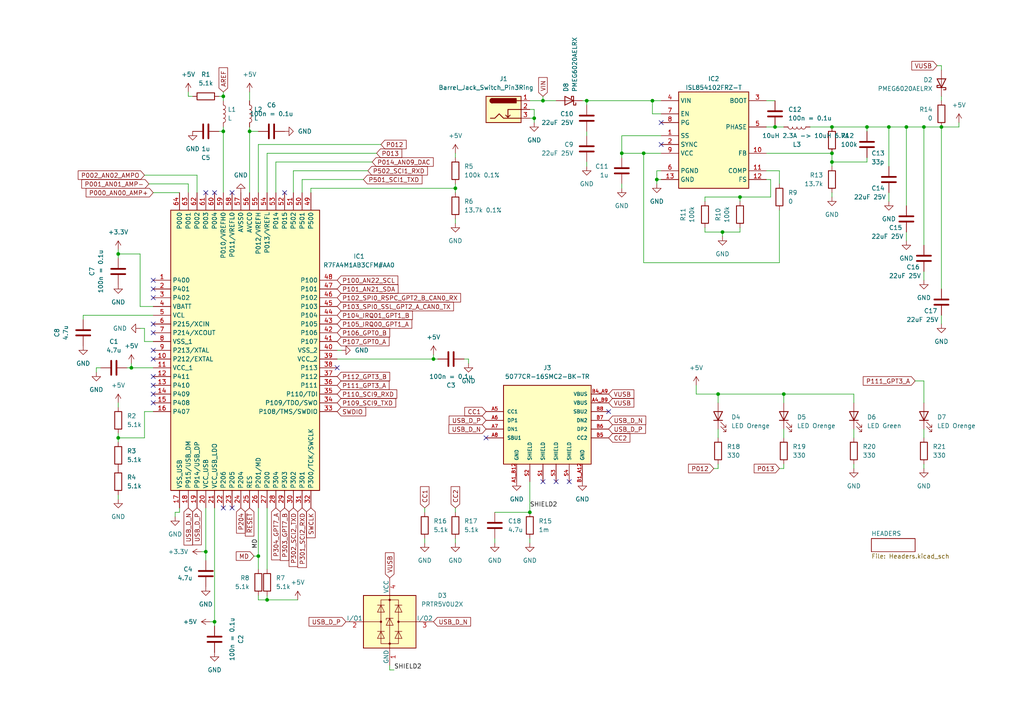
<source format=kicad_sch>
(kicad_sch (version 20230121) (generator eeschema)
  (paper "A4")
  (lib_symbols
    (symbol "5077CR-16SMC2-BK-TR:5077CR-16SMC2-BK-TR" (pin_names (offset 1.016))
      (property "Reference" "J2" (at 0 15.24 0))
      (property "Value" "5077CR-16SMC2-BK-TR" (at 0 12.7 0))
      (symbol "5077CR-16SMC2-BK-TR_0_0"
        (pin power_in line (at -8.89 -17.78 90) (length 5.08) (name "GND") (number "A1_B12"))
        (pin power_in line (at 17.78 5.08 180) (length 5.08) (name "VBUS") (number "A4_B9"))
        (pin passive line (at -17.78 2.54 0) (length 5.08) (name "CC1") (number "A5"))
        (pin passive line (at -17.78 0 0) (length 5.08) (name "DP1") (number "A6"))
        (pin passive line (at -17.78 -2.54 0) (length 5.08) (name "DN1") (number "A7"))
        (pin passive line (at -17.78 -5.08 0) (length 5.08) (name "SBU1") (number "A8"))
        (pin power_in line (at 10.16 -17.78 90) (length 5.08) (name "GND") (number "B1_A12"))
        (pin power_in line (at 17.78 7.62 180) (length 5.08) (name "VBUS") (number "B4_A9"))
        (pin passive line (at 17.78 -5.08 180) (length 5.08) (name "CC2") (number "B5"))
        (pin passive line (at 17.78 -2.54 180) (length 5.08) (name "DP2") (number "B6"))
        (pin passive line (at 17.78 0 180) (length 5.08) (name "DN2") (number "B7"))
        (pin passive line (at 17.78 2.54 180) (length 5.08) (name "SBU2") (number "B8"))
        (pin passive line (at -1.27 -17.78 90) (length 5.08) (name "SHIELD") (number "S1"))
        (pin passive line (at -5.08 -17.78 90) (length 5.08) (name "SHIELD") (number "S2"))
        (pin passive line (at 2.54 -17.78 90) (length 5.08) (name "SHIELD") (number "S3"))
        (pin passive line (at 6.35 -17.78 90) (length 5.08) (name "SHIELD") (number "S4"))
      )
    )
    (symbol "Connector:Barrel_Jack_Switch_Pin3Ring" (pin_names hide)
      (property "Reference" "J" (at 0 5.334 0))
      (property "Value" "Barrel_Jack_Switch_Pin3Ring" (at 0 -5.08 0))
      (symbol "Barrel_Jack_Switch_Pin3Ring_1_1"
        (pin passive line (at 7.62 2.54 180) (length 2.54) (name "~") (number "1"))
        (pin passive line (at 7.62 0 180) (length 2.54) (name "~") (number "2"))
        (pin passive line (at 7.62 -2.54 180) (length 2.54) (name "~") (number "3"))
      )
    )
    (symbol "Device:C" (pin_numbers hide) (pin_names (offset 0.254))
      (property "Reference" "C" (at 0.635 2.54 0))
      (property "Value" "C" (at 0.635 -2.54 0))
      (symbol "C_1_1"
        (pin passive line (at 0 3.81 270) (length 2.794) (name "~") (number "1"))
        (pin passive line (at 0 -3.81 90) (length 2.794) (name "~") (number "2"))
      )
    )
    (symbol "Device:D_Schottky" (pin_numbers hide) (pin_names (offset 1.016) hide)
      (property "Reference" "D" (at 0 2.54 0))
      (property "Value" "D_Schottky" (at 0 -2.54 0))
      (symbol "D_Schottky_1_1"
        (pin passive line (at -3.81 0 0) (length 2.54) (name "K") (number "1"))
        (pin passive line (at 3.81 0 180) (length 2.54) (name "A") (number "2"))
      )
    )
    (symbol "Device:L" (pin_numbers hide) (pin_names (offset 1.016) hide)
      (property "Reference" "L" (at -1.27 0 90))
      (property "Value" "L" (at 1.905 0 90))
      (symbol "L_1_1"
        (pin passive line (at 0 3.81 270) (length 1.27) (name "1") (number "1"))
        (pin passive line (at 0 -3.81 90) (length 1.27) (name "2") (number "2"))
      )
    )
    (symbol "Device:LED" (pin_numbers hide) (pin_names (offset 1.016) hide)
      (property "Reference" "D" (at 0 2.54 0))
      (property "Value" "LED" (at 0 -2.54 0))
      (symbol "LED_1_1"
        (pin passive line (at -3.81 0 0) (length 2.54) (name "K") (number "1"))
        (pin passive line (at 3.81 0 180) (length 2.54) (name "A") (number "2"))
      )
    )
    (symbol "Device:R" (pin_numbers hide) (pin_names (offset 0))
      (property "Reference" "R" (at 2.032 0 90))
      (property "Value" "R" (at 0 0 90))
      (symbol "R_1_1"
        (pin passive line (at 0 3.81 270) (length 1.27) (name "~") (number "1"))
        (pin passive line (at 0 -3.81 90) (length 1.27) (name "~") (number "2"))
      )
    )
    (symbol "ISL854102FRZ-T:ISL854102FRZ-T"
      (property "Reference" "IC2" (at 15.24 8.89 0))
      (property "Value" "ISL854102FRZ-T" (at 15.24 6.35 0))
      (symbol "ISL854102FRZ-T_1_1"
        (pin passive line (at 0 -7.62 0) (length 5.08) (name "SS") (number "1"))
        (pin passive line (at 30.48 -12.7 180) (length 5.08) (name "FB") (number "10"))
        (pin passive line (at 30.48 -17.78 180) (length 5.08) (name "COMP") (number "11"))
        (pin passive line (at 30.48 -20.32 180) (length 5.08) (name "FS") (number "12"))
        (pin passive line (at 0 -20.32 0) (length 5.08) (name "GND") (number "13"))
        (pin passive line (at 0 -10.16 0) (length 5.08) (name "SYNC") (number "2"))
        (pin passive line (at 30.48 2.54 180) (length 5.08) (name "BOOT") (number "3"))
        (pin passive line (at 0 2.54 0) (length 5.08) (name "VIN") (number "4"))
        (pin passive line (at 30.48 -5.08 180) (length 5.08) (name "PHASE") (number "5"))
        (pin passive line (at 0 -17.78 0) (length 5.08) (name "PGND") (number "6"))
        (pin passive line (at 0 -1.27 0) (length 5.08) (name "EN") (number "7"))
        (pin passive line (at 0 -3.81 0) (length 5.08) (name "PG") (number "8"))
        (pin passive line (at 0 -12.7 0) (length 5.08) (name "VCC") (number "9"))
      )
    )
    (symbol "Power_Protection:PRTR5V0U2X" (pin_names (offset 0))
      (property "Reference" "D" (at 2.794 8.636 0))
      (property "Value" "PRTR5V0U2X" (at 8.128 -9.398 0))
      (symbol "PRTR5V0U2X_1_1"
        (pin passive line (at 0 -12.7 90) (length 5.08) (name "GND") (number "1"))
        (pin passive line (at -12.7 0 0) (length 5.08) (name "I/O1") (number "2"))
        (pin passive line (at 12.7 0 180) (length 5.08) (name "I/O2") (number "3"))
        (pin passive line (at 0 12.7 270) (length 5.08) (name "VCC") (number "4"))
      )
    )
    (symbol "R7FA4M1AB3CFM#AA0:R7FA4M1AB3CFM#AA0"
      (property "Reference" "IC" (at 49.53 25.4 0))
      (property "Value" "R7FA4M1AB3CFM#AA0" (at 49.53 22.86 0))
      (symbol "R7FA4M1AB3CFM#AA0_1_1"
        (pin passive line (at 0 0 0) (length 5.08) (name "P400") (number "1"))
        (pin passive line (at 0 -22.86 0) (length 5.08) (name "P212/EXTAL") (number "10"))
        (pin passive line (at 0 -25.4 0) (length 5.08) (name "VCC_1") (number "11"))
        (pin passive line (at 0 -27.94 0) (length 5.08) (name "P411") (number "12"))
        (pin passive line (at 0 -30.48 0) (length 5.08) (name "P410") (number "13"))
        (pin passive line (at 0 -33.02 0) (length 5.08) (name "P409") (number "14"))
        (pin passive line (at 0 -35.56 0) (length 5.08) (name "P408") (number "15"))
        (pin passive line (at 0 -38.1 0) (length 5.08) (name "P407") (number "16"))
        (pin passive line (at 7.62 -66.04 90) (length 5.08) (name "VSS_USB") (number "17"))
        (pin passive line (at 10.16 -66.04 90) (length 5.08) (name "P915/USB_DM") (number "18"))
        (pin passive line (at 12.7 -66.04 90) (length 5.08) (name "P914/USB_DP") (number "19"))
        (pin passive line (at 0 -2.54 0) (length 5.08) (name "P401") (number "2"))
        (pin passive line (at 15.24 -66.04 90) (length 5.08) (name "VCC_USB") (number "20"))
        (pin passive line (at 17.78 -66.04 90) (length 5.08) (name "VCC_USB_LDO") (number "21"))
        (pin passive line (at 20.32 -66.04 90) (length 5.08) (name "P206") (number "22"))
        (pin passive line (at 22.86 -66.04 90) (length 5.08) (name "P205") (number "23"))
        (pin passive line (at 25.4 -66.04 90) (length 5.08) (name "P204") (number "24"))
        (pin passive line (at 27.94 -66.04 90) (length 5.08) (name "RES") (number "25"))
        (pin passive line (at 30.48 -66.04 90) (length 5.08) (name "P201/MD") (number "26"))
        (pin passive line (at 33.02 -66.04 90) (length 5.08) (name "P200") (number "27"))
        (pin passive line (at 35.56 -66.04 90) (length 5.08) (name "P304") (number "28"))
        (pin passive line (at 38.1 -66.04 90) (length 5.08) (name "P303") (number "29"))
        (pin passive line (at 0 -5.08 0) (length 5.08) (name "P402") (number "3"))
        (pin passive line (at 40.64 -66.04 90) (length 5.08) (name "P302") (number "30"))
        (pin passive line (at 43.18 -66.04 90) (length 5.08) (name "P301") (number "31"))
        (pin passive line (at 45.72 -66.04 90) (length 5.08) (name "P300/TCK/SWCLK") (number "32"))
        (pin passive line (at 53.34 -38.1 180) (length 5.08) (name "P108/TMS/SWDIO") (number "33"))
        (pin passive line (at 53.34 -35.56 180) (length 5.08) (name "P109/TDO/SWO") (number "34"))
        (pin passive line (at 53.34 -33.02 180) (length 5.08) (name "P110/TDI") (number "35"))
        (pin passive line (at 53.34 -30.48 180) (length 5.08) (name "P111") (number "36"))
        (pin passive line (at 53.34 -27.94 180) (length 5.08) (name "P112") (number "37"))
        (pin passive line (at 53.34 -25.4 180) (length 5.08) (name "P113") (number "38"))
        (pin passive line (at 53.34 -22.86 180) (length 5.08) (name "VCC_2") (number "39"))
        (pin passive line (at 0 -7.62 0) (length 5.08) (name "VBATT") (number "4"))
        (pin passive line (at 53.34 -20.32 180) (length 5.08) (name "VSS_2") (number "40"))
        (pin passive line (at 53.34 -17.78 180) (length 5.08) (name "P107") (number "41"))
        (pin passive line (at 53.34 -15.24 180) (length 5.08) (name "P106") (number "42"))
        (pin passive line (at 53.34 -12.7 180) (length 5.08) (name "P105") (number "43"))
        (pin passive line (at 53.34 -10.16 180) (length 5.08) (name "P104") (number "44"))
        (pin passive line (at 53.34 -7.62 180) (length 5.08) (name "P103") (number "45"))
        (pin passive line (at 53.34 -5.08 180) (length 5.08) (name "P102") (number "46"))
        (pin passive line (at 53.34 -2.54 180) (length 5.08) (name "P101") (number "47"))
        (pin passive line (at 53.34 0 180) (length 5.08) (name "P100") (number "48"))
        (pin passive line (at 45.72 25.4 270) (length 5.08) (name "P500") (number "49"))
        (pin passive line (at 0 -10.16 0) (length 5.08) (name "VCL") (number "5"))
        (pin passive line (at 43.18 25.4 270) (length 5.08) (name "P501") (number "50"))
        (pin passive line (at 40.64 25.4 270) (length 5.08) (name "P502") (number "51"))
        (pin passive line (at 38.1 25.4 270) (length 5.08) (name "P015") (number "52"))
        (pin passive line (at 35.56 25.4 270) (length 5.08) (name "P014") (number "53"))
        (pin passive line (at 33.02 25.4 270) (length 5.08) (name "P013/VREFL") (number "54"))
        (pin passive line (at 30.48 25.4 270) (length 5.08) (name "P012/VREFH") (number "55"))
        (pin passive line (at 27.94 25.4 270) (length 5.08) (name "AVCC0") (number "56"))
        (pin passive line (at 25.4 25.4 270) (length 5.08) (name "AVSS0") (number "57"))
        (pin passive line (at 22.86 25.4 270) (length 5.08) (name "P011/VREFL0") (number "58"))
        (pin passive line (at 20.32 25.4 270) (length 5.08) (name "P010/VREFH0") (number "59"))
        (pin passive line (at 0 -12.7 0) (length 5.08) (name "P215/XCIN") (number "6"))
        (pin passive line (at 17.78 25.4 270) (length 5.08) (name "P004") (number "60"))
        (pin passive line (at 15.24 25.4 270) (length 5.08) (name "P003") (number "61"))
        (pin passive line (at 12.7 25.4 270) (length 5.08) (name "P002") (number "62"))
        (pin passive line (at 10.16 25.4 270) (length 5.08) (name "P001") (number "63"))
        (pin passive line (at 7.62 25.4 270) (length 5.08) (name "P000") (number "64"))
        (pin passive line (at 0 -15.24 0) (length 5.08) (name "P214/XCOUT") (number "7"))
        (pin passive line (at 0 -17.78 0) (length 5.08) (name "VSS_1") (number "8"))
        (pin passive line (at 0 -20.32 0) (length 5.08) (name "P213/XTAL") (number "9"))
      )
    )
    (symbol "power:+3.3V" (power) (pin_names (offset 0))
      (property "Value" "+3.3V" (at 0 3.556 0))
      (symbol "+3.3V_1_1"
        (pin power_in line (at 0 0 90) (length 0) hide (name "+3.3V") (number "1"))
      )
    )
    (symbol "power:+5V" (power) (pin_names (offset 0))
      (property "Value" "+5V" (at 0 3.556 0))
      (symbol "+5V_1_1"
        (pin power_in line (at 0 0 90) (length 0) hide (name "+5V") (number "1"))
      )
    )
    (symbol "power:GND" (power) (pin_names (offset 0))
      (property "Value" "GND" (at 0 -3.81 0))
      (symbol "GND_1_1"
        (pin power_in line (at 0 0 270) (length 0) hide (name "GND") (number "1"))
      )
    )
  )
  (junction (at 241.3 44.45))
  (junction (at 273.05 36.83))
  (junction (at 170.18 29.21))
  (junction (at 154.94 34.29))
  (junction (at 208.28 114.3))
  (junction (at 153.67 148.59))
  (junction (at 59.69 160.02))
  (junction (at 132.08 54.61))
  (junction (at 224.79 36.83))
  (junction (at 64.77 38.1))
  (junction (at 72.39 38.1))
  (junction (at 34.29 73.66))
  (junction (at 241.3 46.99))
  (junction (at 186.69 44.45))
  (junction (at 157.48 29.21))
  (junction (at 189.23 29.21))
  (junction (at 190.5 52.07))
  (junction (at 227.33 114.3))
  (junction (at 214.63 57.15))
  (junction (at 251.46 36.83))
  (junction (at 38.1 106.68))
  (junction (at 34.29 127))
  (junction (at 209.55 67.31))
  (junction (at 257.81 36.83))
  (junction (at 74.93 161.29))
  (junction (at 262.89 36.83))
  (junction (at 77.47 173.99))
  (junction (at 267.97 36.83))
  (junction (at 62.23 180.34))
  (junction (at 180.34 44.45))
  (junction (at 241.3 36.83))
  (junction (at 125.73 104.14))
  (junction (at 64.77 27.94))
  (no_connect (at 44.45 81.28))
  (no_connect (at 176.53 119.38))
  (no_connect (at 140.97 127))
  (no_connect (at 44.45 116.84))
  (no_connect (at 62.23 55.88))
  (no_connect (at 82.55 55.88))
  (no_connect (at 191.77 35.56))
  (no_connect (at 44.45 111.76))
  (no_connect (at 97.79 106.68))
  (no_connect (at 157.48 139.7))
  (no_connect (at 44.45 104.14))
  (no_connect (at 44.45 109.22))
  (no_connect (at 44.45 96.52))
  (no_connect (at 165.1 139.7))
  (no_connect (at 67.31 55.88))
  (no_connect (at 59.69 55.88))
  (no_connect (at 44.45 114.3))
  (no_connect (at 44.45 93.98))
  (no_connect (at 44.45 86.36))
  (no_connect (at 44.45 101.6))
  (no_connect (at 161.29 139.7))
  (no_connect (at 67.31 147.32))
  (no_connect (at 191.77 41.91))
  (no_connect (at 44.45 83.82))
  (no_connect (at 64.77 147.32))
  (wire (pts (xy 74.93 147.32) (xy 74.93 161.29)))
  (wire (pts (xy 191.77 33.02) (xy 189.23 33.02)))
  (wire (pts (xy 34.29 125.73) (xy 34.29 127)))
  (wire (pts (xy 40.64 73.66) (xy 34.29 73.66)))
  (wire (pts (xy 267.97 36.83) (xy 262.89 36.83)))
  (wire (pts (xy 204.47 57.15) (xy 204.47 58.42)))
  (wire (pts (xy 27.94 106.68) (xy 27.94 107.95)))
  (wire (pts (xy 132.08 53.34) (xy 132.08 54.61)))
  (wire (pts (xy 241.3 55.88) (xy 241.3 57.15)))
  (wire (pts (xy 201.93 111.76) (xy 201.93 114.3)))
  (wire (pts (xy 170.18 38.1) (xy 170.18 39.37)))
  (wire (pts (xy 34.29 128.27) (xy 34.29 127)))
  (wire (pts (xy 153.67 31.75) (xy 154.94 31.75)))
  (wire (pts (xy 273.05 91.44) (xy 273.05 93.98)))
  (wire (pts (xy 190.5 49.53) (xy 190.5 52.07)))
  (wire (pts (xy 40.64 88.9) (xy 40.64 73.66)))
  (wire (pts (xy 208.28 114.3) (xy 208.28 116.84)))
  (wire (pts (xy 247.65 135.89) (xy 247.65 134.62)))
  (wire (pts (xy 267.97 134.62) (xy 267.97 135.89)))
  (wire (pts (xy 38.1 106.68) (xy 44.45 106.68)))
  (wire (pts (xy 64.77 36.83) (xy 64.77 38.1)))
  (wire (pts (xy 214.63 57.15) (xy 214.63 58.42)))
  (wire (pts (xy 267.97 78.74) (xy 267.97 81.28)))
  (wire (pts (xy 222.25 44.45) (xy 241.3 44.45)))
  (wire (pts (xy 273.05 27.94) (xy 273.05 29.21)))
  (wire (pts (xy 241.3 46.99) (xy 251.46 46.99)))
  (wire (pts (xy 113.03 193.04) (xy 113.03 194.31)))
  (wire (pts (xy 157.48 27.94) (xy 157.48 29.21)))
  (wire (pts (xy 222.25 52.07) (xy 223.52 52.07)))
  (wire (pts (xy 64.77 26.67) (xy 64.77 27.94)))
  (wire (pts (xy 180.34 39.37) (xy 180.34 44.45)))
  (wire (pts (xy 180.34 53.34) (xy 180.34 54.61)))
  (wire (pts (xy 224.79 36.83) (xy 227.33 36.83)))
  (wire (pts (xy 226.06 135.89) (xy 227.33 135.89)))
  (wire (pts (xy 267.97 116.84) (xy 267.97 110.49)))
  (wire (pts (xy 106.68 49.53) (xy 85.09 49.53)))
  (wire (pts (xy 170.18 29.21) (xy 170.18 30.48)))
  (wire (pts (xy 97.79 104.14) (xy 125.73 104.14)))
  (wire (pts (xy 63.5 27.94) (xy 64.77 27.94)))
  (wire (pts (xy 64.77 27.94) (xy 64.77 29.21)))
  (wire (pts (xy 257.81 48.26) (xy 257.81 36.83)))
  (wire (pts (xy 97.79 101.6) (xy 99.06 101.6)))
  (wire (pts (xy 86.36 173.99) (xy 77.47 173.99)))
  (wire (pts (xy 204.47 67.31) (xy 204.47 66.04)))
  (wire (pts (xy 143.51 157.48) (xy 143.51 156.21)))
  (wire (pts (xy 190.5 52.07) (xy 190.5 53.34)))
  (wire (pts (xy 262.89 59.69) (xy 262.89 36.83)))
  (wire (pts (xy 58.42 160.02) (xy 59.69 160.02)))
  (wire (pts (xy 208.28 135.89) (xy 207.01 135.89)))
  (wire (pts (xy 132.08 147.32) (xy 132.08 148.59)))
  (wire (pts (xy 273.05 20.32) (xy 273.05 19.05)))
  (wire (pts (xy 41.91 119.38) (xy 41.91 127)))
  (wire (pts (xy 214.63 57.15) (xy 204.47 57.15)))
  (wire (pts (xy 227.33 135.89) (xy 227.33 134.62)))
  (wire (pts (xy 34.29 74.93) (xy 34.29 73.66)))
  (wire (pts (xy 273.05 36.83) (xy 267.97 36.83)))
  (wire (pts (xy 186.69 44.45) (xy 191.77 44.45)))
  (wire (pts (xy 214.63 67.31) (xy 209.55 67.31)))
  (wire (pts (xy 123.19 157.48) (xy 123.19 156.21)))
  (wire (pts (xy 72.39 26.67) (xy 72.39 29.21)))
  (wire (pts (xy 50.8 148.59) (xy 52.07 148.59)))
  (wire (pts (xy 59.69 160.02) (xy 59.69 162.56)))
  (wire (pts (xy 227.33 114.3) (xy 227.33 116.84)))
  (wire (pts (xy 209.55 67.31) (xy 209.55 68.58)))
  (wire (pts (xy 54.61 53.34) (xy 43.18 53.34)))
  (wire (pts (xy 72.39 36.83) (xy 72.39 38.1)))
  (wire (pts (xy 74.93 172.72) (xy 74.93 173.99)))
  (wire (pts (xy 125.73 102.87) (xy 125.73 104.14)))
  (wire (pts (xy 34.29 72.39) (xy 34.29 73.66)))
  (wire (pts (xy 223.52 52.07) (xy 223.52 57.15)))
  (wire (pts (xy 251.46 45.72) (xy 251.46 46.99)))
  (wire (pts (xy 227.33 114.3) (xy 247.65 114.3)))
  (wire (pts (xy 77.47 147.32) (xy 77.47 165.1)))
  (wire (pts (xy 273.05 36.83) (xy 278.13 36.83)))
  (wire (pts (xy 73.66 161.29) (xy 74.93 161.29)))
  (wire (pts (xy 262.89 67.31) (xy 262.89 69.85)))
  (wire (pts (xy 24.13 91.44) (xy 24.13 92.71)))
  (wire (pts (xy 189.23 29.21) (xy 191.77 29.21)))
  (wire (pts (xy 105.41 52.07) (xy 87.63 52.07)))
  (wire (pts (xy 154.94 34.29) (xy 154.94 35.56)))
  (wire (pts (xy 62.23 147.32) (xy 62.23 180.34)))
  (wire (pts (xy 154.94 31.75) (xy 154.94 34.29)))
  (wire (pts (xy 153.67 34.29) (xy 154.94 34.29)))
  (wire (pts (xy 153.67 157.48) (xy 153.67 156.21)))
  (wire (pts (xy 41.91 50.8) (xy 57.15 50.8)))
  (wire (pts (xy 44.45 119.38) (xy 41.91 119.38)))
  (wire (pts (xy 57.15 50.8) (xy 57.15 55.88)))
  (wire (pts (xy 87.63 52.07) (xy 87.63 55.88)))
  (wire (pts (xy 132.08 63.5) (xy 132.08 64.77)))
  (wire (pts (xy 135.89 104.14) (xy 134.62 104.14)))
  (wire (pts (xy 34.29 127) (xy 41.91 127)))
  (wire (pts (xy 251.46 36.83) (xy 257.81 36.83)))
  (wire (pts (xy 208.28 114.3) (xy 227.33 114.3)))
  (wire (pts (xy 222.25 29.21) (xy 224.79 29.21)))
  (wire (pts (xy 113.03 194.31) (xy 114.3 194.31)))
  (wire (pts (xy 168.91 29.21) (xy 170.18 29.21)))
  (wire (pts (xy 74.93 161.29) (xy 74.93 165.1)))
  (wire (pts (xy 90.17 54.61) (xy 132.08 54.61)))
  (wire (pts (xy 50.8 148.59) (xy 50.8 149.86)))
  (wire (pts (xy 222.25 36.83) (xy 224.79 36.83)))
  (wire (pts (xy 190.5 52.07) (xy 191.77 52.07)))
  (wire (pts (xy 157.48 29.21) (xy 161.29 29.21)))
  (wire (pts (xy 60.96 180.34) (xy 62.23 180.34)))
  (wire (pts (xy 54.61 55.88) (xy 54.61 53.34)))
  (wire (pts (xy 267.97 110.49) (xy 265.43 110.49)))
  (wire (pts (xy 226.06 49.53) (xy 226.06 53.34)))
  (wire (pts (xy 189.23 33.02) (xy 189.23 29.21)))
  (wire (pts (xy 123.19 147.32) (xy 123.19 148.59)))
  (wire (pts (xy 180.34 44.45) (xy 180.34 45.72)))
  (wire (pts (xy 52.07 148.59) (xy 52.07 147.32)))
  (wire (pts (xy 135.89 104.14) (xy 135.89 105.41)))
  (wire (pts (xy 170.18 46.99) (xy 170.18 48.26)))
  (wire (pts (xy 209.55 67.31) (xy 204.47 67.31)))
  (wire (pts (xy 80.01 46.99) (xy 80.01 55.88)))
  (wire (pts (xy 41.91 95.25) (xy 41.91 99.06)))
  (wire (pts (xy 132.08 157.48) (xy 132.08 156.21)))
  (wire (pts (xy 132.08 44.45) (xy 132.08 45.72)))
  (wire (pts (xy 208.28 134.62) (xy 208.28 135.89)))
  (wire (pts (xy 34.29 143.51) (xy 34.29 144.78)))
  (wire (pts (xy 77.47 173.99) (xy 77.47 172.72)))
  (wire (pts (xy 77.47 44.45) (xy 77.47 55.88)))
  (wire (pts (xy 278.13 36.83) (xy 278.13 35.56)))
  (wire (pts (xy 241.3 36.83) (xy 251.46 36.83)))
  (wire (pts (xy 44.45 55.88) (xy 52.07 55.88)))
  (wire (pts (xy 74.93 55.88) (xy 74.93 41.91)))
  (wire (pts (xy 38.1 105.41) (xy 38.1 106.68)))
  (wire (pts (xy 223.52 57.15) (xy 214.63 57.15)))
  (wire (pts (xy 226.06 60.96) (xy 226.06 76.2)))
  (wire (pts (xy 59.69 147.32) (xy 59.69 160.02)))
  (wire (pts (xy 180.34 44.45) (xy 186.69 44.45)))
  (wire (pts (xy 90.17 55.88) (xy 90.17 54.61)))
  (wire (pts (xy 247.65 124.46) (xy 247.65 127)))
  (wire (pts (xy 234.95 36.83) (xy 241.3 36.83)))
  (wire (pts (xy 214.63 66.04) (xy 214.63 67.31)))
  (wire (pts (xy 153.67 139.7) (xy 153.67 148.59)))
  (wire (pts (xy 36.83 106.68) (xy 38.1 106.68)))
  (wire (pts (xy 107.95 46.99) (xy 80.01 46.99)))
  (wire (pts (xy 63.5 38.1) (xy 64.77 38.1)))
  (wire (pts (xy 241.3 44.45) (xy 241.3 46.99)))
  (wire (pts (xy 262.89 36.83) (xy 257.81 36.83)))
  (wire (pts (xy 241.3 46.99) (xy 241.3 48.26)))
  (wire (pts (xy 29.21 106.68) (xy 27.94 106.68)))
  (wire (pts (xy 273.05 83.82) (xy 273.05 36.83)))
  (wire (pts (xy 34.29 116.84) (xy 34.29 118.11)))
  (wire (pts (xy 143.51 148.59) (xy 153.67 148.59)))
  (wire (pts (xy 44.45 88.9) (xy 40.64 88.9)))
  (wire (pts (xy 125.73 104.14) (xy 127 104.14)))
  (wire (pts (xy 40.64 95.25) (xy 41.91 95.25)))
  (wire (pts (xy 72.39 38.1) (xy 72.39 55.88)))
  (wire (pts (xy 85.09 49.53) (xy 85.09 55.88)))
  (wire (pts (xy 201.93 114.3) (xy 208.28 114.3)))
  (wire (pts (xy 267.97 36.83) (xy 267.97 71.12)))
  (wire (pts (xy 251.46 38.1) (xy 251.46 36.83)))
  (wire (pts (xy 257.81 55.88) (xy 257.81 58.42)))
  (wire (pts (xy 247.65 114.3) (xy 247.65 116.84)))
  (wire (pts (xy 191.77 39.37) (xy 180.34 39.37)))
  (wire (pts (xy 132.08 54.61) (xy 132.08 55.88)))
  (wire (pts (xy 222.25 49.53) (xy 226.06 49.53)))
  (wire (pts (xy 62.23 180.34) (xy 62.23 181.61)))
  (wire (pts (xy 109.22 44.45) (xy 77.47 44.45)))
  (wire (pts (xy 77.47 173.99) (xy 74.93 173.99)))
  (wire (pts (xy 72.39 38.1) (xy 74.93 38.1)))
  (wire (pts (xy 54.61 27.94) (xy 55.88 27.94)))
  (wire (pts (xy 226.06 76.2) (xy 186.69 76.2)))
  (wire (pts (xy 41.91 99.06) (xy 44.45 99.06)))
  (wire (pts (xy 208.28 124.46) (xy 208.28 127)))
  (wire (pts (xy 186.69 76.2) (xy 186.69 44.45)))
  (wire (pts (xy 191.77 49.53) (xy 190.5 49.53)))
  (wire (pts (xy 273.05 19.05) (xy 271.78 19.05)))
  (wire (pts (xy 44.45 91.44) (xy 24.13 91.44)))
  (wire (pts (xy 64.77 38.1) (xy 64.77 55.88)))
  (wire (pts (xy 170.18 29.21) (xy 189.23 29.21)))
  (wire (pts (xy 227.33 124.46) (xy 227.33 127)))
  (wire (pts (xy 54.61 27.94) (xy 54.61 26.67)))
  (wire (pts (xy 267.97 124.46) (xy 267.97 127)))
  (wire (pts (xy 74.93 41.91) (xy 110.49 41.91)))
  (wire (pts (xy 153.67 29.21) (xy 157.48 29.21)))
  (label "MD" (at 74.93 156.21 270))
  (label "SHIELD2" (at 114.3 194.31 0))
  (label "SHIELD2" (at 153.67 147.32 0))
  (global_label "P012" (shape input) (at 207.01 135.89 180) (property "Intersheetrefs" "${INTERSHEET_REFS}" (effects hide)))
  (global_label "VUSB" (shape input) (at 271.78 19.05 180) (property "Intersheetrefs" "${INTERSHEET_REFS}" (effects hide)))
  (global_label "P303_GPT7_B" (shape input) (at 82.55 147.32 270) (property "Intersheetrefs" "${INTERSHEET_REFS}" (effects hide)))
  (global_label "USB_D_N" (shape input) (at 54.61 147.32 270) (property "Intersheetrefs" "${INTERSHEET_REFS}" (effects hide)))
  (global_label "USB_D_N" (shape input) (at 176.53 121.92 0) (property "Intersheetrefs" "${INTERSHEET_REFS}" (effects hide)))
  (global_label "P111_GPT3_A" (shape input) (at 265.43 110.49 180) (property "Intersheetrefs" "${INTERSHEET_REFS}" (effects hide)))
  (global_label "USB_D_P" (shape input) (at 57.15 147.32 270) (property "Intersheetrefs" "${INTERSHEET_REFS}" (effects hide)))
  (global_label "P111_GPT3_A" (shape input) (at 97.79 111.76 0) (property "Intersheetrefs" "${INTERSHEET_REFS}" (effects hide)))
  (global_label "VUSB" (shape input) (at 113.03 167.64 90) (property "Intersheetrefs" "${INTERSHEET_REFS}" (effects hide)))
  (global_label "P103_SPI0_SSL_GPT2_A_CAN0_TX" (shape input) (at 97.79 88.9 0) (property "Intersheetrefs" "${INTERSHEET_REFS}" (effects hide)))
  (global_label "CC1" (shape input) (at 140.97 119.38 180) (property "Intersheetrefs" "${INTERSHEET_REFS}" (effects hide)))
  (global_label "P002_AN02_AMPO" (shape input) (at 41.91 50.8 180) (property "Intersheetrefs" "${INTERSHEET_REFS}" (effects hide)))
  (global_label "P101_AN21_SDA" (shape input) (at 97.79 83.82 0) (property "Intersheetrefs" "${INTERSHEET_REFS}" (effects hide)))
  (global_label "USB_D_P" (shape input) (at 140.97 121.92 180) (property "Intersheetrefs" "${INTERSHEET_REFS}" (effects hide)))
  (global_label "P502_SCI1_RXD" (shape input) (at 106.68 49.53 0) (property "Intersheetrefs" "${INTERSHEET_REFS}" (effects hide)))
  (global_label "USB_D_P" (shape input) (at 100.33 180.34 180) (property "Intersheetrefs" "${INTERSHEET_REFS}" (effects hide)))
  (global_label "P204" (shape input) (at 69.85 147.32 270) (property "Intersheetrefs" "${INTERSHEET_REFS}" (effects hide)))
  (global_label "P013" (shape input) (at 226.06 135.89 180) (property "Intersheetrefs" "${INTERSHEET_REFS}" (effects hide)))
  (global_label "CC2" (shape input) (at 132.08 147.32 90) (property "Intersheetrefs" "${INTERSHEET_REFS}" (effects hide)))
  (global_label "P104_IRQ01_GPT1_B" (shape input) (at 97.79 91.44 0) (property "Intersheetrefs" "${INTERSHEET_REFS}" (effects hide)))
  (global_label "~{RESET}" (shape input) (at 72.39 147.32 270) (property "Intersheetrefs" "${INTERSHEET_REFS}" (effects hide)))
  (global_label "P000_AN00_AMP+" (shape input) (at 44.45 55.88 180) (property "Intersheetrefs" "${INTERSHEET_REFS}" (effects hide)))
  (global_label "P102_SPI0_RSPC_GPT2_B_CAN0_RX" (shape input) (at 97.79 86.36 0) (property "Intersheetrefs" "${INTERSHEET_REFS}" (effects hide)))
  (global_label "USB_D_N" (shape input) (at 125.73 180.34 0) (property "Intersheetrefs" "${INTERSHEET_REFS}" (effects hide)))
  (global_label "USB_D_N" (shape input) (at 140.97 124.46 180) (property "Intersheetrefs" "${INTERSHEET_REFS}" (effects hide)))
  (global_label "P109_SCI9_TXD" (shape input) (at 97.79 116.84 0) (property "Intersheetrefs" "${INTERSHEET_REFS}" (effects hide)))
  (global_label "P110_SCI9_RXD" (shape input) (at 97.79 114.3 0) (property "Intersheetrefs" "${INTERSHEET_REFS}" (effects hide)))
  (global_label "P014_AN09_DAC" (shape input) (at 107.95 46.99 0) (property "Intersheetrefs" "${INTERSHEET_REFS}" (effects hide)))
  (global_label "P105_IRQ00_GPT1_A" (shape input) (at 97.79 93.98 0) (property "Intersheetrefs" "${INTERSHEET_REFS}" (effects hide)))
  (global_label "MD" (shape input) (at 73.66 161.29 180) (property "Intersheetrefs" "${INTERSHEET_REFS}" (effects hide)))
  (global_label "VUSB" (shape input) (at 176.53 114.3 0) (property "Intersheetrefs" "${INTERSHEET_REFS}" (effects hide)))
  (global_label "P501_SCI1_TXD" (shape input) (at 105.41 52.07 0) (property "Intersheetrefs" "${INTERSHEET_REFS}" (effects hide)))
  (global_label "P301_SCI2_RXD" (shape input) (at 87.63 147.32 270) (property "Intersheetrefs" "${INTERSHEET_REFS}" (effects hide)))
  (global_label "P304_GPT7_A" (shape input) (at 80.01 147.32 270) (property "Intersheetrefs" "${INTERSHEET_REFS}" (effects hide)))
  (global_label "CC1" (shape input) (at 123.19 147.32 90) (property "Intersheetrefs" "${INTERSHEET_REFS}" (effects hide)))
  (global_label "VUSB" (shape input) (at 176.53 116.84 0) (property "Intersheetrefs" "${INTERSHEET_REFS}" (effects hide)))
  (global_label "P012" (shape input) (at 110.49 41.91 0) (property "Intersheetrefs" "${INTERSHEET_REFS}" (effects hide)))
  (global_label "P106_GPT0_B" (shape input) (at 97.79 96.52 0) (property "Intersheetrefs" "${INTERSHEET_REFS}" (effects hide)))
  (global_label "AREF" (shape input) (at 64.77 26.67 90) (property "Intersheetrefs" "${INTERSHEET_REFS}" (effects hide)))
  (global_label "P100_AN22_SCL" (shape input) (at 97.79 81.28 0) (property "Intersheetrefs" "${INTERSHEET_REFS}" (effects hide)))
  (global_label "P302_SCI2_TXD" (shape input) (at 85.09 147.32 270) (property "Intersheetrefs" "${INTERSHEET_REFS}" (effects hide)))
  (global_label "P013" (shape input) (at 109.22 44.45 0) (property "Intersheetrefs" "${INTERSHEET_REFS}" (effects hide)))
  (global_label "SWCLK" (shape input) (at 90.17 147.32 270) (property "Intersheetrefs" "${INTERSHEET_REFS}" (effects hide)))
  (global_label "SWDIO" (shape input) (at 97.79 119.38 0) (property "Intersheetrefs" "${INTERSHEET_REFS}" (effects hide)))
  (global_label "P112_GPT3_B" (shape input) (at 97.79 109.22 0) (property "Intersheetrefs" "${INTERSHEET_REFS}" (effects hide)))
  (global_label "USB_D_P" (shape input) (at 176.53 124.46 0) (property "Intersheetrefs" "${INTERSHEET_REFS}" (effects hide)))
  (global_label "P001_AN01_AMP-" (shape input) (at 43.18 53.34 180) (property "Intersheetrefs" "${INTERSHEET_REFS}" (effects hide)))
  (global_label "CC2" (shape input) (at 176.53 127 0) (property "Intersheetrefs" "${INTERSHEET_REFS}" (effects hide)))
  (global_label "P107_GPT0_A" (shape input) (at 97.79 99.06 0) (property "Intersheetrefs" "${INTERSHEET_REFS}" (effects hide)))
  (global_label "VIN" (shape input) (at 157.48 27.94 90) (property "Intersheetrefs" "${INTERSHEET_REFS}" (effects hide)))
  (symbol (lib_id "Power_Protection:PRTR5V0U2X") (at 113.03 180.34 0) (unit 1)
    (property "Reference" "D3" (at 128.27 172.72 0))
    (property "Value" "PRTR5V0U2X" (at 128.27 175.26 0))
    (property "Footprint" "Package_TO_SOT_SMD:SOT-143" (effects hide))
    (property "Datasheet" "https://assets.nexperia.com/documents/data-sheet/PRTR5V0U2X.pdf" (effects hide))
  )
  (symbol (lib_id "Device:C") (at 130.81 104.14 90) (mirror x) (unit 1)
    (property "Reference" "C3" (at 130.81 111.76 90))
    (property "Value" "100n = 0.1u" (at 130.81 109.22 90))
    (property "Footprint" "Capacitor_SMD:C_0603_1608Metric" (effects hide))
    (property "Datasheet" "https://akizukidenshi.com/catalog/g/gP-16143/" (effects hide))
  )
  (symbol (lib_id "power:GND") (at 262.89 69.85 0) (unit 1)
    (property "Reference" "#PWR053" (effects hide))
    (property "Value" "GND" (at 262.89 74.93 0))
  )
  (symbol (lib_id "power:+5V") (at 34.29 116.84 0) (unit 1)
    (property "Reference" "#PWR021" (effects hide))
    (property "Value" "+5V" (at 34.29 111.76 0))
  )
  (symbol (lib_id "Device:R") (at 273.05 33.02 0) (mirror y) (unit 1)
    (property "Reference" "R14" (at 270.51 31.75 0) (effects (justify left)))
    (property "Value" "0" (at 270.51 34.29 0) (effects (justify left)))
    (property "Footprint" "Resistor_SMD:R_0603_1608Metric" (effects hide))
  )
  (symbol (lib_id "Device:R") (at 34.29 121.92 0) (unit 1)
    (property "Reference" "R2" (at 36.83 120.65 0) (effects (justify left)))
    (property "Value" "5.1k" (at 36.83 123.19 0) (effects (justify left)))
    (property "Footprint" "Resistor_SMD:R_0603_1608Metric" (effects hide))
  )
  (symbol (lib_id "Device:R") (at 267.97 130.81 0) (unit 1)
    (property "Reference" "R21" (at 270.51 129.54 0) (effects (justify left)))
    (property "Value" "330" (at 270.51 132.08 0) (effects (justify left)))
    (property "Footprint" "Resistor_SMD:R_0603_1608Metric" (effects hide))
  )
  (symbol (lib_id "power:GND") (at 143.51 157.48 0) (unit 1)
    (property "Reference" "#PWR036" (effects hide))
    (property "Value" "GND" (at 143.51 162.56 0))
  )
  (symbol (lib_id "power:GND") (at 190.5 53.34 0) (unit 1)
    (property "Reference" "#PWR029" (effects hide))
    (property "Value" "GND" (at 190.5 58.42 0))
  )
  (symbol (lib_id "Device:L") (at 72.39 33.02 0) (unit 1)
    (property "Reference" "L2" (at 73.66 31.75 0) (effects (justify left)))
    (property "Value" "L" (at 73.66 34.29 0) (effects (justify left)))
    (property "Footprint" "Capacitor_SMD:C_0603_1608Metric" (effects hide))
    (property "Datasheet" "https://akizukidenshi.com/catalog/g/gP-04444/" (effects hide))
  )
  (symbol (lib_id "Device:R") (at 74.93 168.91 0) (mirror y) (unit 1)
    (property "Reference" "R8" (at 72.39 167.64 0) (effects (justify left)))
    (property "Value" "5.1k" (at 72.39 170.18 0) (effects (justify left)))
    (property "Footprint" "Resistor_SMD:R_0603_1608Metric" (effects hide))
  )
  (symbol (lib_id "power:+5V") (at 72.39 26.67 0) (unit 1)
    (property "Reference" "#PWR013" (effects hide))
    (property "Value" "+5V" (at 72.39 21.59 0))
  )
  (symbol (lib_id "Device:LED") (at 267.97 120.65 90) (unit 1)
    (property "Reference" "D7" (at 271.78 120.9675 90) (effects (justify right)))
    (property "Value" "LED Orenge" (at 271.78 123.5075 90) (effects (justify right)))
    (property "Footprint" "LED_SMD:LED_0603_1608Metric" (effects hide))
  )
  (symbol (lib_id "power:GND") (at 153.67 157.48 0) (unit 1)
    (property "Reference" "#PWR037" (effects hide))
    (property "Value" "GND" (at 153.67 162.56 0))
  )
  (symbol (lib_id "Device:C") (at 34.29 78.74 180) (unit 1)
    (property "Reference" "C7" (at 26.67 78.74 90))
    (property "Value" "100n = 0.1u" (at 29.21 78.74 90))
    (property "Footprint" "Capacitor_SMD:C_0603_1608Metric" (effects hide))
    (property "Datasheet" "https://akizukidenshi.com/catalog/g/gP-16143/" (effects hide))
  )
  (symbol (lib_id "Device:C") (at 273.05 87.63 0) (mirror x) (unit 1)
    (property "Reference" "C17" (at 267.97 90.17 0) (effects (justify left)))
    (property "Value" "22uF 25V" (at 262.89 92.71 0) (effects (justify left)))
    (property "Footprint" "Capacitor_SMD:C_0805_2012Metric" (effects hide))
    (property "Datasheet" "https://akizukidenshi.com/catalog/g/gP-08240/" (effects hide))
  )
  (symbol (lib_id "power:GND") (at 55.88 38.1 0) (mirror y) (unit 1)
    (property "Reference" "#PWR010" (effects hide))
    (property "Value" "GND" (at 55.88 43.18 0))
  )
  (symbol (lib_id "power:GND") (at 257.81 58.42 0) (unit 1)
    (property "Reference" "#PWR054" (effects hide))
    (property "Value" "GND" (at 257.81 63.5 0))
  )
  (symbol (lib_id "Device:R") (at 132.08 49.53 0) (unit 1)
    (property "Reference" "R5" (at 134.62 48.26 0) (effects (justify left)))
    (property "Value" "100k 0.1%" (at 134.62 50.8 0) (effects (justify left)))
    (property "Footprint" "Resistor_SMD:R_0603_1608Metric" (effects hide))
    (property "Datasheet" "https://akizukidenshi.com/catalog/g/gR-11792/" (effects hide))
  )
  (symbol (lib_id "Device:R") (at 241.3 52.07 0) (mirror y) (unit 1)
    (property "Reference" "R13" (at 238.76 50.8 0) (effects (justify left)))
    (property "Value" "13.7k" (at 238.76 53.34 0) (effects (justify left)))
    (property "Footprint" "Resistor_SMD:R_0603_1608Metric" (effects hide))
  )
  (symbol (lib_id "power:GND") (at 132.08 64.77 0) (unit 1)
    (property "Reference" "#PWR023" (effects hide))
    (property "Value" "GND" (at 132.08 69.85 0))
  )
  (symbol (lib_id "Device:LED") (at 227.33 120.65 90) (unit 1)
    (property "Reference" "D5" (at 231.14 120.9675 90) (effects (justify right)))
    (property "Value" "LED Orenge" (at 231.14 123.5075 90) (effects (justify right)))
    (property "Footprint" "LED_SMD:LED_0603_1608Metric" (effects hide))
  )
  (symbol (lib_id "power:GND") (at 170.18 48.26 0) (unit 1)
    (property "Reference" "#PWR025" (effects hide))
    (property "Value" "GND" (at 170.18 53.34 0))
  )
  (symbol (lib_id "Device:R") (at 123.19 152.4 0) (unit 1)
    (property "Reference" "R16" (at 125.73 151.13 0) (effects (justify left)))
    (property "Value" "5.1k" (at 125.73 153.67 0) (effects (justify left)))
    (property "Footprint" "Resistor_SMD:R_0603_1608Metric" (effects hide))
  )
  (symbol (lib_id "5077CR-16SMC2-BK-TR:5077CR-16SMC2-BK-TR") (at 158.75 121.92 0) (unit 1)
    (property "Reference" "J3" (at 158.75 106.68 0))
    (property "Value" "5077CR-16SMC2-BK-TR" (at 158.75 109.22 0))
    (property "Footprint" "5077CR-16SMC2-BK-TR:NELTRON_5077CR-16SMC2-BK-TR" (effects hide))
    (property "Datasheet" "https://akizukidenshi.com/catalog/g/gC-14356/" (effects hide))
    (property "MF" "Neltron" (effects hide))
    (property "MAXIMUM_PACKAGE_HEIGHT" "3.26mm" (effects hide))
    (property "Package" "Package" (effects hide))
    (property "Price" "None" (effects hide))
    (property "Check_prices" "https://www.snapeda.com/parts/5077CR-16SMC2-BK-TR/Neltron/view-part/?ref=eda" (effects hide))
    (property "STANDARD" "Manufacturer Recommendations" (effects hide))
    (property "SnapEDA_Link" "https://www.snapeda.com/parts/5077CR-16SMC2-BK-TR/Neltron/view-part/?ref=snap" (effects hide))
    (property "MP" "5077CR-16SMC2-BK-TR" (effects hide))
    (property "Description" "\nUSB 3.1 C Type Female with Peg\n" (effects hide))
    (property "MANUFACTURER" "Neltron" (effects hide))
    (property "Availability" "Not in stock" (effects hide))
    (property "SNAPEDA_PN" "5077CR-16SMC2-BK-TR" (effects hide))
  )
  (symbol (lib_id "power:GND") (at 40.64 95.25 270) (unit 1)
    (property "Reference" "#PWR018" (effects hide))
    (property "Value" "GND" (at 36.83 95.25 90) (effects (justify right)))
  )
  (symbol (lib_id "power:+5V") (at 38.1 105.41 0) (unit 1)
    (property "Reference" "#PWR04" (effects hide))
    (property "Value" "+5V" (at 38.1 100.33 0))
  )
  (symbol (lib_id "Device:R") (at 132.08 59.69 0) (unit 1)
    (property "Reference" "R6" (at 134.62 58.42 0) (effects (justify left)))
    (property "Value" "13.7k 0.1%" (at 134.62 60.96 0) (effects (justify left)))
    (property "Footprint" "Resistor_SMD:R_0603_1608Metric" (effects hide))
  )
  (symbol (lib_id "power:GND") (at 99.06 101.6 90) (unit 1)
    (property "Reference" "#PWR019" (effects hide))
    (property "Value" "GND" (at 102.87 101.6 90) (effects (justify right)))
  )
  (symbol (lib_id "power:GND") (at 273.05 93.98 0) (unit 1)
    (property "Reference" "#PWR032" (effects hide))
    (property "Value" "GND" (at 273.05 99.06 0))
  )
  (symbol (lib_id "power:GND") (at 123.19 157.48 0) (unit 1)
    (property "Reference" "#PWR038" (effects hide))
    (property "Value" "GND" (at 123.19 162.56 0))
  )
  (symbol (lib_id "power:GND") (at 132.08 157.48 0) (unit 1)
    (property "Reference" "#PWR039" (effects hide))
    (property "Value" "GND" (at 132.08 162.56 0))
  )
  (symbol (lib_id "Device:R") (at 226.06 57.15 180) (unit 1)
    (property "Reference" "R9" (at 228.6 55.88 0) (effects (justify right)))
    (property "Value" "0" (at 228.6 58.42 0) (effects (justify right)))
    (property "Footprint" "Resistor_SMD:R_0603_1608Metric" (effects hide))
  )
  (symbol (lib_id "Device:C") (at 180.34 49.53 0) (mirror y) (unit 1)
    (property "Reference" "C11" (at 176.53 48.26 0) (effects (justify left)))
    (property "Value" "1u" (at 176.53 50.8 0) (effects (justify left)))
    (property "Footprint" "Capacitor_SMD:C_0603_1608Metric" (effects hide))
    (property "Datasheet" "https://akizukidenshi.com/catalog/g/gP-14526/" (effects hide))
  )
  (symbol (lib_id "power:+5V") (at 125.73 102.87 0) (unit 1)
    (property "Reference" "#PWR03" (effects hide))
    (property "Value" "+5V" (at 125.73 97.79 0))
  )
  (symbol (lib_id "ISL854102FRZ-T:ISL854102FRZ-T") (at 191.77 31.75 0) (unit 1)
    (property "Reference" "IC2" (at 207.01 22.86 0))
    (property "Value" "ISL854102FRZ-T" (at 207.01 25.4 0))
    (property "Footprint" "SON50P300X400X100-13N-D" (effects hide))
    (property "Datasheet" "https://www.renesas.com/en-us/www/doc/datasheet/isl854102.pdf" (effects hide))
    (property "Height" "1" (effects hide))
    (property "Manufacturer_Name" "Renesas Electronics" (effects hide))
    (property "Manufacturer_Part_Number" "ISL854102FRZ-T" (effects hide))
    (property "Mouser Part Number" "968-ISL854102FRZ-T" (effects hide))
    (property "Mouser Price/Stock" "https://www.mouser.co.uk/ProductDetail/Renesas-Intersil/ISL854102FRZ-T?qs=UgE%2F0m3bTsYBYpYtggCPrQ%3D%3D" (effects hide))
    (property "Arrow Part Number" "ISL854102FRZ-T" (effects hide))
    (property "Arrow Price/Stock" "https://www.arrow.com/en/products/isl854102frz-t/intersil" (effects hide))
  )
  (symbol (lib_id "power:+5V") (at 201.93 111.76 0) (unit 1)
    (property "Reference" "#PWR040" (effects hide))
    (property "Value" "+5V" (at 201.93 106.68 0))
  )
  (symbol (lib_id "power:GND") (at 69.85 55.88 180) (unit 1)
    (property "Reference" "#PWR017" (effects hide))
    (property "Value" "GND" (at 69.85 50.8 0))
  )
  (symbol (lib_id "Device:R") (at 34.29 139.7 0) (unit 1)
    (property "Reference" "R4" (at 36.83 138.43 0) (effects (justify left)))
    (property "Value" "5.1k" (at 36.83 140.97 0) (effects (justify left)))
    (property "Footprint" "Resistor_SMD:R_0603_1608Metric" (effects hide))
  )
  (symbol (lib_id "power:GND") (at 50.8 149.86 0) (unit 1)
    (property "Reference" "#PWR09" (effects hide))
    (property "Value" "GND" (at 50.8 154.94 0))
  )
  (symbol (lib_id "Device:L") (at 64.77 33.02 0) (unit 1)
    (property "Reference" "L1" (at 66.04 31.75 0) (effects (justify left)))
    (property "Value" "L" (at 66.04 34.29 0) (effects (justify left)))
    (property "Footprint" "Capacitor_SMD:C_0603_1608Metric" (effects hide))
    (property "Datasheet" "https://akizukidenshi.com/catalog/g/gP-04444/" (effects hide))
  )
  (symbol (lib_id "power:+3.3V") (at 58.42 160.02 90) (unit 1)
    (property "Reference" "#PWR056" (effects hide))
    (property "Value" "+3.3V" (at 54.61 160.02 90) (effects (justify left)))
  )
  (symbol (lib_id "Device:R") (at 247.65 130.81 0) (unit 1)
    (property "Reference" "R20" (at 250.19 129.54 0) (effects (justify left)))
    (property "Value" "330" (at 250.19 132.08 0) (effects (justify left)))
    (property "Footprint" "Resistor_SMD:R_0603_1608Metric" (effects hide))
  )
  (symbol (lib_id "power:+5V") (at 132.08 44.45 0) (unit 1)
    (property "Reference" "#PWR022" (effects hide))
    (property "Value" "+5V" (at 132.08 39.37 0))
  )
  (symbol (lib_id "power:GND") (at 267.97 135.89 0) (unit 1)
    (property "Reference" "#PWR042" (effects hide))
    (property "Value" "GND" (at 267.97 140.97 0))
  )
  (symbol (lib_id "power:GND") (at 209.55 68.58 0) (unit 1)
    (property "Reference" "#PWR028" (effects hide))
    (property "Value" "GND" (at 209.55 73.66 0))
  )
  (symbol (lib_id "Device:R") (at 59.69 27.94 90) (unit 1)
    (property "Reference" "R1" (at 59.69 21.59 90))
    (property "Value" "5.1k" (at 59.69 24.13 90))
    (property "Footprint" "Resistor_SMD:R_0603_1608Metric" (effects hide))
  )
  (symbol (lib_id "Device:R") (at 208.28 130.81 0) (unit 1)
    (property "Reference" "R18" (at 210.82 129.54 0) (effects (justify left)))
    (property "Value" "330" (at 210.82 132.08 0) (effects (justify left)))
    (property "Footprint" "Resistor_SMD:R_0603_1608Metric" (effects hide))
  )
  (symbol (lib_id "power:GND") (at 180.34 54.61 0) (unit 1)
    (property "Reference" "#PWR030" (effects hide))
    (property "Value" "GND" (at 180.34 59.69 0))
  )
  (symbol (lib_id "Device:C") (at 267.97 74.93 0) (mirror x) (unit 1)
    (property "Reference" "C16" (at 262.89 77.47 0) (effects (justify left)))
    (property "Value" "22uF 25V" (at 257.81 80.01 0) (effects (justify left)))
    (property "Footprint" "Capacitor_SMD:C_0805_2012Metric" (effects hide))
    (property "Datasheet" "https://akizukidenshi.com/catalog/g/gP-08240/" (effects hide))
  )
  (symbol (lib_id "power:GND") (at 241.3 57.15 0) (unit 1)
    (property "Reference" "#PWR027" (effects hide))
    (property "Value" "GND" (at 241.3 62.23 0))
  )
  (symbol (lib_id "Device:C") (at 257.81 52.07 0) (unit 1)
    (property "Reference" "C14" (at 252.73 54.61 0) (effects (justify left)))
    (property "Value" "22uF 25V" (at 247.65 57.15 0) (effects (justify left)))
    (property "Footprint" "Capacitor_SMD:C_0805_2012Metric" (effects hide))
    (property "Datasheet" "https://akizukidenshi.com/catalog/g/gP-08240/" (effects hide))
  )
  (symbol (lib_id "Device:C") (at 262.89 63.5 0) (mirror x) (unit 1)
    (property "Reference" "C15" (at 257.81 66.04 0) (effects (justify left)))
    (property "Value" "22uF 25V" (at 252.73 68.58 0) (effects (justify left)))
    (property "Footprint" "Capacitor_SMD:C_0805_2012Metric" (effects hide))
    (property "Datasheet" "https://akizukidenshi.com/catalog/g/gP-08240/" (effects hide))
  )
  (symbol (lib_id "R7FA4M1AB3CFM#AA0:R7FA4M1AB3CFM#AA0") (at 44.45 81.28 0) (unit 1)
    (property "Reference" "IC1" (at 104.14 74.3519 0))
    (property "Value" "R7FA4M1AB3CFM#AA0" (at 104.14 76.8919 0))
    (property "Footprint" "QFP50P1200X1200X170-64N" (effects hide))
    (property "Datasheet" "https://www.renesas.com/document/dst/renesas-ra4m1-group-datasheet?language=en&r=1054146" (effects hide))
    (property "Height" "1.7" (effects hide))
    (property "Manufacturer_Name" "Renesas Electronics" (effects hide))
    (property "Manufacturer_Part_Number" "R7FA4M1AB3CFM#AA0" (effects hide))
    (property "Mouser Part Number" "968-7FA4M1AB3CFM#AA0" (effects hide))
    (property "Mouser Price/Stock" "https://www.mouser.co.uk/ProductDetail/Renesas-Electronics/R7FA4M1AB3CFMAA0?qs=d0WKAl%252BL4KbrKuAsyurXHw%3D%3D" (effects hide))
  )
  (symbol (lib_id "power:+5V") (at 60.96 180.34 90) (unit 1)
    (property "Reference" "#PWR06" (effects hide))
    (property "Value" "+5V" (at 57.15 180.34 90) (effects (justify left)))
  )
  (symbol (lib_id "Device:C") (at 251.46 41.91 0) (unit 1)
    (property "Reference" "C13" (at 252.73 44.45 0) (effects (justify left)))
    (property "Value" "33p" (at 252.73 46.99 0) (effects (justify left)))
    (property "Footprint" "Capacitor_SMD:C_0603_1608Metric" (effects hide))
    (property "Datasheet" "https://akizukidenshi.com/catalog/g/gP-05526/" (effects hide))
  )
  (symbol (lib_id "power:GND") (at 34.29 144.78 0) (unit 1)
    (property "Reference" "#PWR020" (effects hide))
    (property "Value" "GND" (at 34.29 149.86 0))
  )
  (symbol (lib_id "power:GND") (at 62.23 189.23 0) (unit 1)
    (property "Reference" "#PWR05" (effects hide))
    (property "Value" "GND" (at 62.23 194.31 0))
  )
  (symbol (lib_id "power:GND") (at 168.91 139.7 0) (unit 1)
    (property "Reference" "#PWR035" (effects hide))
    (property "Value" "GND" (at 168.91 144.78 0))
  )
  (symbol (lib_id "Device:C") (at 170.18 43.18 0) (mirror y) (unit 1)
    (property "Reference" "C9" (at 166.37 41.91 0) (effects (justify left)))
    (property "Value" "22uF 25V" (at 166.37 44.45 0) (effects (justify left)))
    (property "Footprint" "Capacitor_SMD:C_0805_2012Metric" (effects hide))
    (property "Datasheet" "https://akizukidenshi.com/catalog/g/gP-08240/" (effects hide))
  )
  (symbol (lib_id "Device:C") (at 33.02 106.68 90) (unit 1)
    (property "Reference" "C1" (at 33.02 99.06 90))
    (property "Value" "4.7u" (at 33.02 101.6 90))
    (property "Footprint" "Capacitor_SMD:C_0805_2012Metric" (effects hide))
    (property "Datasheet" "https://akizukidenshi.com/catalog/g/gP-07548/" (effects hide))
  )
  (symbol (lib_id "power:GND") (at 247.65 135.89 0) (unit 1)
    (property "Reference" "#PWR041" (effects hide))
    (property "Value" "GND" (at 247.65 140.97 0))
  )
  (symbol (lib_id "power:GND") (at 135.89 105.41 0) (unit 1)
    (property "Reference" "#PWR02" (effects hide))
    (property "Value" "GND" (at 135.89 110.49 0))
  )
  (symbol (lib_id "Device:R") (at 77.47 168.91 0) (unit 1)
    (property "Reference" "R7" (at 80.01 167.64 0) (effects (justify left)))
    (property "Value" "5.1k" (at 80.01 170.18 0) (effects (justify left)))
    (property "Footprint" "Resistor_SMD:R_0603_1608Metric" (effects hide))
  )
  (symbol (lib_id "Device:L") (at 231.14 36.83 90) (mirror x) (unit 1)
    (property "Reference" "L3" (at 231.14 41.91 90))
    (property "Value" "10uH 2.3A -> 10uH 6.7A" (at 233.68 39.37 90))
    (property "Footprint" "Inductor_SMD:L_12x12mm_H8mm" (effects hide))
    (property "Datasheet" "https://akizukidenshi.com/catalog/g/gP-13965/" (effects hide))
  )
  (symbol (lib_id "Device:D_Schottky") (at 165.1 29.21 180) (unit 1)
    (property "Reference" "D8" (at 164.1475 26.67 90) (effects (justify right)))
    (property "Value" "PMEG6020AELRX" (at 166.6875 26.67 90) (effects (justify right)))
    (property "Footprint" "Diode_SMD:Nexperia_CFP3_SOD-123W" (effects hide))
    (property "Datasheet" "https://4donline.ihs.com/images/VipMasterIC/IC/NEXP/NEXP-S-A0003105620/NEXP-S-A0003100988-1.pdf?hkey=6D3A4C79FDBF58556ACFDE234799DDF0" (effects hide))
  )
  (symbol (lib_id "Device:R") (at 34.29 132.08 0) (unit 1)
    (property "Reference" "R3" (at 36.83 130.81 0) (effects (justify left)))
    (property "Value" "5.1k" (at 36.83 133.35 0) (effects (justify left)))
    (property "Footprint" "Resistor_SMD:R_0603_1608Metric" (effects hide))
  )
  (symbol (lib_id "Device:C") (at 78.74 38.1 270) (mirror x) (unit 1)
    (property "Reference" "C6" (at 78.74 30.48 90))
    (property "Value" "100n = 0.1u" (at 78.74 33.02 90))
    (property "Footprint" "Capacitor_SMD:C_0603_1608Metric" (effects hide))
    (property "Datasheet" "https://akizukidenshi.com/catalog/g/gP-16143/" (effects hide))
  )
  (symbol (lib_id "power:+5V") (at 54.61 26.67 0) (unit 1)
    (property "Reference" "#PWR011" (effects hide))
    (property "Value" "+5V" (at 54.61 21.59 0))
  )
  (symbol (lib_id "Device:R") (at 204.47 62.23 0) (mirror y) (unit 1)
    (property "Reference" "R11" (at 198.12 62.23 90))
    (property "Value" "100k" (at 200.66 62.23 90))
    (property "Footprint" "Resistor_SMD:R_0603_1608Metric" (effects hide))
    (property "Datasheet" "https://akizukidenshi.com/catalog/g/gR-11792/" (effects hide))
  )
  (symbol (lib_id "Device:C") (at 24.13 96.52 180) (unit 1)
    (property "Reference" "C8" (at 16.51 96.52 90))
    (property "Value" "4.7u" (at 19.05 96.52 90))
    (property "Footprint" "Capacitor_SMD:C_0805_2012Metric" (effects hide))
    (property "Datasheet" "https://akizukidenshi.com/catalog/g/gP-07548/" (effects hide))
  )
  (symbol (lib_id "Connector:Barrel_Jack_Switch_Pin3Ring") (at 146.05 31.75 0) (unit 1)
    (property "Reference" "J1" (at 146.05 22.86 0))
    (property "Value" "Barrel_Jack_Switch_Pin3Ring" (at 140.97 25.4 0))
    (property "Footprint" "Connector_BarrelJack:BarrelJack_Horizontal" (effects hide))
    (property "Datasheet" "https://akizukidenshi.com/catalog/g/gC-01604" (effects hide))
  )
  (symbol (lib_id "power:GND") (at 34.29 82.55 0) (unit 1)
    (property "Reference" "#PWR015" (effects hide))
    (property "Value" "GND" (at 34.29 87.63 0))
  )
  (symbol (lib_id "Device:R") (at 132.08 152.4 0) (unit 1)
    (property "Reference" "R17" (at 134.62 151.13 0) (effects (justify left)))
    (property "Value" "5.1k" (at 134.62 153.67 0) (effects (justify left)))
    (property "Footprint" "Resistor_SMD:R_0603_1608Metric" (effects hide))
  )
  (symbol (lib_id "power:GND") (at 59.69 170.18 0) (unit 1)
    (property "Reference" "#PWR08" (effects hide))
    (property "Value" "GND" (at 59.69 175.26 0))
  )
  (symbol (lib_id "Device:LED") (at 247.65 120.65 90) (unit 1)
    (property "Reference" "D6" (at 251.46 120.9675 90) (effects (justify right)))
    (property "Value" "LED Green" (at 251.46 123.5075 90) (effects (justify right)))
    (property "Footprint" "LED_SMD:LED_0603_1608Metric" (effects hide))
  )
  (symbol (lib_id "power:GND") (at 267.97 81.28 0) (unit 1)
    (property "Reference" "#PWR052" (effects hide))
    (property "Value" "GND" (at 267.97 86.36 0))
  )
  (symbol (lib_id "power:GND") (at 149.86 139.7 0) (unit 1)
    (property "Reference" "#PWR026" (effects hide))
    (property "Value" "GND" (at 149.86 144.78 0))
  )
  (symbol (lib_id "Device:C") (at 59.69 166.37 0) (mirror x) (unit 1)
    (property "Reference" "C4" (at 55.88 165.1 0) (effects (justify right)))
    (property "Value" "4.7u" (at 55.88 167.64 0) (effects (justify right)))
    (property "Footprint" "Capacitor_SMD:C_0805_2012Metric" (effects hide))
    (property "Datasheet" "https://akizukidenshi.com/catalog/g/gP-07548/" (effects hide))
  )
  (symbol (lib_id "Device:LED") (at 208.28 120.65 90) (unit 1)
    (property "Reference" "D4" (at 212.09 120.9675 90) (effects (justify right)))
    (property "Value" "LED Orenge" (at 212.09 123.5075 90) (effects (justify right)))
    (property "Footprint" "LED_SMD:LED_0603_1608Metric" (effects hide))
  )
  (symbol (lib_id "power:GND") (at 27.94 107.95 0) (unit 1)
    (property "Reference" "#PWR01" (effects hide))
    (property "Value" "GND" (at 27.94 113.03 0))
  )
  (symbol (lib_id "Device:D_Schottky") (at 273.05 24.13 270) (mirror x) (unit 1)
    (property "Reference" "D2" (at 270.51 23.1775 90) (effects (justify right)))
    (property "Value" "PMEG6020AELRX" (at 270.51 25.7175 90) (effects (justify right)))
    (property "Footprint" "Diode_SMD:Nexperia_CFP3_SOD-123W" (effects hide))
    (property "Datasheet" "https://4donline.ihs.com/images/VipMasterIC/IC/NEXP/NEXP-S-A0003105620/NEXP-S-A0003100988-1.pdf?hkey=6D3A4C79FDBF58556ACFDE234799DDF0" (effects hide))
  )
  (symbol (lib_id "power:+3.3V") (at 34.29 72.39 0) (unit 1)
    (property "Reference" "#PWR014" (effects hide))
    (property "Value" "+3.3V" (at 34.29 67.31 0))
  )
  (symbol (lib_id "Device:C") (at 59.69 38.1 270) (unit 1)
    (property "Reference" "C5" (at 59.69 45.72 90))
    (property "Value" "1u" (at 59.69 43.18 90))
    (property "Footprint" "Capacitor_SMD:C_0603_1608Metric" (effects hide))
    (property "Datasheet" "https://akizukidenshi.com/catalog/g/gP-14526/" (effects hide))
  )
  (symbol (lib_id "power:+5V") (at 86.36 173.99 0) (unit 1)
    (property "Reference" "#PWR024" (effects hide))
    (property "Value" "+5V" (at 86.36 168.91 0))
  )
  (symbol (lib_id "Device:R") (at 241.3 40.64 0) (unit 1)
    (property "Reference" "R12" (at 243.84 39.37 0) (effects (justify left)))
    (property "Value" "100k" (at 243.84 41.91 0) (effects (justify left)))
    (property "Footprint" "Resistor_SMD:R_0603_1608Metric" (effects hide))
    (property "Datasheet" "https://akizukidenshi.com/catalog/g/gR-11792/" (effects hide))
  )
  (symbol (lib_id "power:GND") (at 154.94 35.56 0) (unit 1)
    (property "Reference" "#PWR034" (effects hide))
    (property "Value" "GND" (at 154.94 40.64 0))
  )
  (symbol (lib_id "Device:C") (at 170.18 34.29 0) (mirror y) (unit 1)
    (property "Reference" "C10" (at 166.37 33.02 0) (effects (justify left)))
    (property "Value" "22uF 25V" (at 166.37 35.56 0) (effects (justify left)))
    (property "Footprint" "Capacitor_SMD:C_0805_2012Metric" (effects hide))
    (property "Datasheet" "https://akizukidenshi.com/catalog/g/gP-08240/" (effects hide))
  )
  (symbol (lib_id "Device:C") (at 224.79 33.02 0) (unit 1)
    (property "Reference" "C12" (at 228.6 31.75 0) (effects (justify left)))
    (property "Value" "100n = 0.1u" (at 228.6 34.29 0) (effects (justify left)))
    (property "Footprint" "Capacitor_SMD:C_0603_1608Metric" (effects hide))
    (property "Datasheet" "https://akizukidenshi.com/catalog/g/gP-16143/" (effects hide))
  )
  (symbol (lib_id "power:+5V") (at 278.13 35.56 0) (unit 1)
    (property "Reference" "#PWR033" (effects hide))
    (property "Value" "+5V" (at 278.13 30.48 0))
  )
  (symbol (lib_id "Device:R") (at 227.33 130.81 0) (unit 1)
    (property "Reference" "R19" (at 229.87 129.54 0) (effects (justify left)))
    (property "Value" "330" (at 229.87 132.08 0) (effects (justify left)))
    (property "Footprint" "Resistor_SMD:R_0603_1608Metric" (effects hide))
  )
  (symbol (lib_id "Device:R") (at 153.67 152.4 180) (unit 1)
    (property "Reference" "R15" (at 156.21 151.13 0) (effects (justify right)))
    (property "Value" "1m" (at 156.21 153.67 0) (effects (justify right)))
    (property "Footprint" "Resistor_SMD:R_0805_2012Metric" (effects hide))
    (property "Datasheet" "https://akizukidenshi.com/catalog/g/gR-11799/" (effects hide))
  )
  (symbol (lib_id "power:GND") (at 82.55 38.1 90) (mirror x) (unit 1)
    (property "Reference" "#PWR012" (effects hide))
    (property "Value" "GND" (at 86.36 38.1 90) (effects (justify right)))
  )
  (symbol (lib_id "Device:C") (at 62.23 185.42 0) (mirror x) (unit 1)
    (property "Reference" "C2" (at 69.85 185.42 90))
    (property "Value" "100n = 0.1u" (at 67.31 185.42 90))
    (property "Footprint" "Capacitor_SMD:C_0603_1608Metric" (effects hide))
    (property "Datasheet" "https://akizukidenshi.com/catalog/g/gP-16143/" (effects hide))
  )
  (symbol (lib_id "Device:R") (at 214.63 62.23 180) (unit 1)
    (property "Reference" "R10" (at 208.28 62.23 90))
    (property "Value" "100k" (at 210.82 62.23 90))
    (property "Footprint" "Resistor_SMD:R_0603_1608Metric" (effects hide))
    (property "Datasheet" "https://akizukidenshi.com/catalog/g/gR-11792/" (effects hide))
  )
  (symbol (lib_id "Device:C") (at 143.51 152.4 0) (unit 1)
    (property "Reference" "C18" (at 147.32 151.13 0) (effects (justify left)))
    (property "Value" "4.7u" (at 147.32 153.67 0) (effects (justify left)))
    (property "Footprint" "Capacitor_SMD:C_0805_2012Metric" (effects hide))
    (property "Datasheet" "https://akizukidenshi.com/catalog/g/gP-07548/" (effects hide))
  )
  (symbol (lib_id "power:GND") (at 24.13 100.33 0) (unit 1)
    (property "Reference" "#PWR016" (effects hide))
    (property "Value" "GND" (at 24.13 105.41 0))
  )
  (sheet (at 252.73 156.21) (size 12.7 3.81) (stroke (width 0.1524))
    (property "Sheetname" "HEADERS" (at 252.73 155.4984 0) (effects (justify left bottom)))
    (property "Sheetfile" "Headers.kicad_sch" (at 252.73 160.6046 0) (effects (justify left top)))
  )
)
</source>
